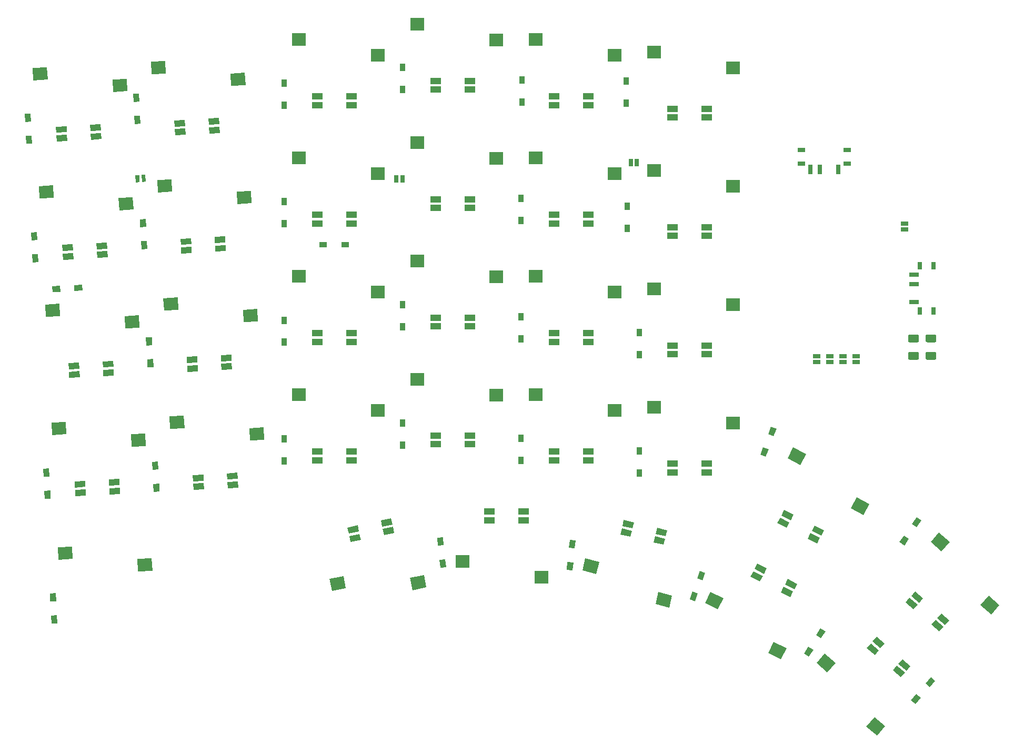
<source format=gtp>
G04 #@! TF.GenerationSoftware,KiCad,Pcbnew,(5.1.12-1-10_14)*
G04 #@! TF.CreationDate,2021-11-28T14:18:10+00:00*
G04 #@! TF.ProjectId,avalanche-hotswap,6176616c-616e-4636-9865-2d686f747377,rev?*
G04 #@! TF.SameCoordinates,Original*
G04 #@! TF.FileFunction,Paste,Top*
G04 #@! TF.FilePolarity,Positive*
%FSLAX46Y46*%
G04 Gerber Fmt 4.6, Leading zero omitted, Abs format (unit mm)*
G04 Created by KiCad (PCBNEW (5.1.12-1-10_14)) date 2021-11-28 14:18:10*
%MOMM*%
%LPD*%
G01*
G04 APERTURE LIST*
%ADD10C,0.100000*%
%ADD11R,2.300000X2.000000*%
%ADD12R,1.143000X0.635000*%
%ADD13R,1.700000X1.000000*%
%ADD14R,0.800000X1.200000*%
%ADD15R,1.500000X0.800000*%
%ADD16R,1.200000X0.800000*%
%ADD17R,0.800000X1.500000*%
%ADD18R,0.950000X1.300000*%
%ADD19R,1.300000X0.950000*%
%ADD20R,0.635000X1.143000*%
G04 APERTURE END LIST*
D10*
G36*
X99237623Y-116268220D02*
G01*
X99342295Y-118265479D01*
X97045447Y-118385852D01*
X96940775Y-116388593D01*
X99237623Y-116268220D01*
G37*
G36*
X86422095Y-114396368D02*
G01*
X86526767Y-116393627D01*
X84229919Y-116514000D01*
X84125247Y-114516741D01*
X86422095Y-114396368D01*
G37*
G36*
X83853635Y-123187888D02*
G01*
X82904937Y-123237607D01*
X82836901Y-121939388D01*
X83785599Y-121889669D01*
X83853635Y-123187888D01*
G37*
G36*
X84039427Y-126733022D02*
G01*
X83090729Y-126782741D01*
X83022693Y-125484522D01*
X83971391Y-125434803D01*
X84039427Y-126733022D01*
G37*
D11*
X192761031Y-37356300D03*
X180061031Y-34816300D03*
X135611050Y-92506290D03*
X122911050Y-89966290D03*
D12*
X212603606Y-84724538D03*
X212603606Y-83723778D03*
X210471223Y-84724531D03*
X210471223Y-83723771D03*
X208331229Y-84724533D03*
X208331229Y-83723773D03*
X206191226Y-84724529D03*
X206191226Y-83723769D03*
D13*
X150411038Y-97936262D03*
X150411038Y-96536262D03*
X144911038Y-97936262D03*
X144911038Y-96536262D03*
D11*
X173711031Y-73456268D03*
X161011031Y-70916268D03*
D10*
G36*
X104908003Y-84860591D02*
G01*
X104855667Y-83861962D01*
X106553337Y-83772991D01*
X106605673Y-84771620D01*
X104908003Y-84860591D01*
G37*
G36*
X104981273Y-86258673D02*
G01*
X104928937Y-85260044D01*
X106626607Y-85171073D01*
X106678943Y-86169702D01*
X104981273Y-86258673D01*
G37*
G36*
X110400465Y-84572743D02*
G01*
X110348129Y-83574114D01*
X112045799Y-83485143D01*
X112098135Y-84483772D01*
X110400465Y-84572743D01*
G37*
G36*
X110473735Y-85970825D02*
G01*
X110421399Y-84972196D01*
X112119069Y-84883225D01*
X112171405Y-85881854D01*
X110473735Y-85970825D01*
G37*
G36*
X204797659Y-113115133D02*
G01*
X205251650Y-112224127D01*
X206766361Y-112995911D01*
X206312370Y-113886917D01*
X204797659Y-113115133D01*
G37*
G36*
X205433245Y-111867724D02*
G01*
X205887236Y-110976718D01*
X207401947Y-111748502D01*
X206947956Y-112639508D01*
X205433245Y-111867724D01*
G37*
G36*
X199897123Y-110618186D02*
G01*
X200351114Y-109727180D01*
X201865825Y-110498964D01*
X201411834Y-111389970D01*
X199897123Y-110618186D01*
G37*
G36*
X200532709Y-109370777D02*
G01*
X200986700Y-108479771D01*
X202501411Y-109251555D01*
X202047420Y-110142561D01*
X200532709Y-109370777D01*
G37*
G36*
X136594708Y-112531408D02*
G01*
X136386797Y-111553260D01*
X138049648Y-111199810D01*
X138257559Y-112177958D01*
X136594708Y-112531408D01*
G37*
G36*
X136303632Y-111162002D02*
G01*
X136095721Y-110183854D01*
X137758572Y-109830404D01*
X137966483Y-110808552D01*
X136303632Y-111162002D01*
G37*
G36*
X131214896Y-113674922D02*
G01*
X131006985Y-112696774D01*
X132669836Y-112343324D01*
X132877747Y-113321472D01*
X131214896Y-113674922D01*
G37*
G36*
X130923820Y-112305516D02*
G01*
X130715909Y-111327368D01*
X132378760Y-110973918D01*
X132586671Y-111952066D01*
X130923820Y-112305516D01*
G37*
D13*
X188511082Y-64386269D03*
X188511082Y-62986269D03*
X183011082Y-64386269D03*
X183011082Y-62986269D03*
D10*
G36*
X86881120Y-104881473D02*
G01*
X86828784Y-103882844D01*
X88526454Y-103793873D01*
X88578790Y-104792502D01*
X86881120Y-104881473D01*
G37*
G36*
X86954390Y-106279555D02*
G01*
X86902054Y-105280926D01*
X88599724Y-105191955D01*
X88652060Y-106190584D01*
X86954390Y-106279555D01*
G37*
G36*
X92373582Y-104593625D02*
G01*
X92321246Y-103594996D01*
X94018916Y-103506025D01*
X94071252Y-104504654D01*
X92373582Y-104593625D01*
G37*
G36*
X92446852Y-105991707D02*
G01*
X92394516Y-104993078D01*
X94092186Y-104904107D01*
X94144522Y-105902736D01*
X92446852Y-105991707D01*
G37*
G36*
X85884106Y-85857586D02*
G01*
X85831770Y-84858957D01*
X87529440Y-84769986D01*
X87581776Y-85768615D01*
X85884106Y-85857586D01*
G37*
G36*
X85957376Y-87255668D02*
G01*
X85905040Y-86257039D01*
X87602710Y-86168068D01*
X87655046Y-87166697D01*
X85957376Y-87255668D01*
G37*
G36*
X91376568Y-85569738D02*
G01*
X91324232Y-84571109D01*
X93021902Y-84482138D01*
X93074238Y-85480767D01*
X91376568Y-85569738D01*
G37*
G36*
X91449838Y-86967820D02*
G01*
X91397502Y-85969191D01*
X93095172Y-85880220D01*
X93147508Y-86878849D01*
X91449838Y-86967820D01*
G37*
G36*
X84887085Y-66833685D02*
G01*
X84834749Y-65835056D01*
X86532419Y-65746085D01*
X86584755Y-66744714D01*
X84887085Y-66833685D01*
G37*
G36*
X84960355Y-68231767D02*
G01*
X84908019Y-67233138D01*
X86605689Y-67144167D01*
X86658025Y-68142796D01*
X84960355Y-68231767D01*
G37*
G36*
X90379547Y-66545837D02*
G01*
X90327211Y-65547208D01*
X92024881Y-65458237D01*
X92077217Y-66456866D01*
X90379547Y-66545837D01*
G37*
G36*
X90452817Y-67943919D02*
G01*
X90400481Y-66945290D01*
X92098151Y-66856319D01*
X92150487Y-67854948D01*
X90452817Y-67943919D01*
G37*
G36*
X83890132Y-47809800D02*
G01*
X83837796Y-46811171D01*
X85535466Y-46722200D01*
X85587802Y-47720829D01*
X83890132Y-47809800D01*
G37*
G36*
X83963402Y-49207882D02*
G01*
X83911066Y-48209253D01*
X85608736Y-48120282D01*
X85661072Y-49118911D01*
X83963402Y-49207882D01*
G37*
G36*
X89382594Y-47521952D02*
G01*
X89330258Y-46523323D01*
X91027928Y-46434352D01*
X91080264Y-47432981D01*
X89382594Y-47521952D01*
G37*
G36*
X89455864Y-48920034D02*
G01*
X89403528Y-47921405D01*
X91101198Y-47832434D01*
X91153534Y-48831063D01*
X89455864Y-48920034D01*
G37*
G36*
X102914000Y-46812800D02*
G01*
X102861664Y-45814171D01*
X104559334Y-45725200D01*
X104611670Y-46723829D01*
X102914000Y-46812800D01*
G37*
G36*
X102987270Y-48210882D02*
G01*
X102934934Y-47212253D01*
X104632604Y-47123282D01*
X104684940Y-48121911D01*
X102987270Y-48210882D01*
G37*
G36*
X108406462Y-46524952D02*
G01*
X108354126Y-45526323D01*
X110051796Y-45437352D01*
X110104132Y-46435981D01*
X108406462Y-46524952D01*
G37*
G36*
X108479732Y-47923034D02*
G01*
X108427396Y-46924405D01*
X110125066Y-46835434D01*
X110177402Y-47834063D01*
X108479732Y-47923034D01*
G37*
G36*
X103911002Y-65836670D02*
G01*
X103858666Y-64838041D01*
X105556336Y-64749070D01*
X105608672Y-65747699D01*
X103911002Y-65836670D01*
G37*
G36*
X103984272Y-67234752D02*
G01*
X103931936Y-66236123D01*
X105629606Y-66147152D01*
X105681942Y-67145781D01*
X103984272Y-67234752D01*
G37*
G36*
X109403464Y-65548822D02*
G01*
X109351128Y-64550193D01*
X111048798Y-64461222D01*
X111101134Y-65459851D01*
X109403464Y-65548822D01*
G37*
G36*
X109476734Y-66946904D02*
G01*
X109424398Y-65948275D01*
X111122068Y-65859304D01*
X111174404Y-66857933D01*
X109476734Y-66946904D01*
G37*
G36*
X105905021Y-103884497D02*
G01*
X105852685Y-102885868D01*
X107550355Y-102796897D01*
X107602691Y-103795526D01*
X105905021Y-103884497D01*
G37*
G36*
X105978291Y-105282579D02*
G01*
X105925955Y-104283950D01*
X107623625Y-104194979D01*
X107675961Y-105193608D01*
X105978291Y-105282579D01*
G37*
G36*
X111397483Y-103596649D02*
G01*
X111345147Y-102598020D01*
X113042817Y-102509049D01*
X113095153Y-103507678D01*
X111397483Y-103596649D01*
G37*
G36*
X111470753Y-104994731D02*
G01*
X111418417Y-103996102D01*
X113116087Y-103907131D01*
X113168423Y-104905760D01*
X111470753Y-104994731D01*
G37*
D13*
X131361054Y-100486308D03*
X131361054Y-99086308D03*
X125861054Y-100486308D03*
X125861054Y-99086308D03*
X131361043Y-81436295D03*
X131361043Y-80036295D03*
X125861043Y-81436295D03*
X125861043Y-80036295D03*
X131361052Y-62386263D03*
X131361052Y-60986263D03*
X125861052Y-62386263D03*
X125861052Y-60986263D03*
X131361061Y-43336299D03*
X131361061Y-41936299D03*
X125861061Y-43336299D03*
X125861061Y-41936299D03*
X150411066Y-40836298D03*
X150411066Y-39436298D03*
X144911066Y-40836298D03*
X144911066Y-39436298D03*
X150411027Y-59886293D03*
X150411027Y-58486293D03*
X144911027Y-59886293D03*
X144911027Y-58486293D03*
X150411055Y-78936290D03*
X150411055Y-77536290D03*
X144911055Y-78936290D03*
X144911055Y-77536290D03*
X159031421Y-110170563D03*
X159031421Y-108770563D03*
X153531421Y-110170563D03*
X153531421Y-108770563D03*
D10*
G36*
X179977547Y-113707280D02*
G01*
X180210992Y-112734910D01*
X181864021Y-113131768D01*
X181630576Y-114104138D01*
X179977547Y-113707280D01*
G37*
G36*
X180304370Y-112345962D02*
G01*
X180537815Y-111373592D01*
X182190844Y-111770450D01*
X181957399Y-112742820D01*
X180304370Y-112345962D01*
G37*
G36*
X174629512Y-112423330D02*
G01*
X174862957Y-111450960D01*
X176515986Y-111847818D01*
X176282541Y-112820188D01*
X174629512Y-112423330D01*
G37*
G36*
X174956335Y-111062012D02*
G01*
X175189780Y-110089642D01*
X176842809Y-110486500D01*
X176609364Y-111458870D01*
X174956335Y-111062012D01*
G37*
D13*
X169461087Y-100486269D03*
X169461087Y-99086269D03*
X163961087Y-100486269D03*
X163961087Y-99086269D03*
X169461068Y-81436272D03*
X169461068Y-80036272D03*
X163961068Y-81436272D03*
X163961068Y-80036272D03*
X169461050Y-62386293D03*
X169461050Y-60986293D03*
X163961050Y-62386293D03*
X163961050Y-60986293D03*
X169461054Y-43336280D03*
X169461054Y-41936280D03*
X163961054Y-43336280D03*
X163961054Y-41936280D03*
X188511067Y-45336291D03*
X188511067Y-43936291D03*
X183011067Y-45336291D03*
X183011067Y-43936291D03*
X188511066Y-83436271D03*
X188511066Y-82036271D03*
X183011066Y-83436271D03*
X183011066Y-82036271D03*
D10*
G36*
X224699259Y-126969877D02*
G01*
X225348707Y-126209471D01*
X226641397Y-127313533D01*
X225991949Y-128073939D01*
X224699259Y-126969877D01*
G37*
G36*
X225608486Y-125905309D02*
G01*
X226257934Y-125144903D01*
X227550624Y-126248965D01*
X226901176Y-127009371D01*
X225608486Y-125905309D01*
G37*
G36*
X220517026Y-123397913D02*
G01*
X221166474Y-122637507D01*
X222459164Y-123741569D01*
X221809716Y-124501975D01*
X220517026Y-123397913D01*
G37*
G36*
X221426253Y-122333345D02*
G01*
X222075701Y-121572939D01*
X223368391Y-122677001D01*
X222718943Y-123437407D01*
X221426253Y-122333345D01*
G37*
G36*
X200480827Y-121743422D02*
G01*
X200934818Y-120852416D01*
X202449529Y-121624200D01*
X201995538Y-122515206D01*
X200480827Y-121743422D01*
G37*
G36*
X201116413Y-120496013D02*
G01*
X201570404Y-119605007D01*
X203085115Y-120376791D01*
X202631124Y-121267797D01*
X201116413Y-120496013D01*
G37*
G36*
X195580291Y-119246475D02*
G01*
X196034282Y-118355469D01*
X197548993Y-119127253D01*
X197095002Y-120018259D01*
X195580291Y-119246475D01*
G37*
G36*
X196215877Y-117999066D02*
G01*
X196669868Y-117108060D01*
X198184579Y-117879844D01*
X197730588Y-118770850D01*
X196215877Y-117999066D01*
G37*
G36*
X218473294Y-134319090D02*
G01*
X219122742Y-133558684D01*
X220415432Y-134662746D01*
X219765984Y-135423152D01*
X218473294Y-134319090D01*
G37*
G36*
X219382521Y-133254522D02*
G01*
X220031969Y-132494116D01*
X221324659Y-133598178D01*
X220675211Y-134358584D01*
X219382521Y-133254522D01*
G37*
G36*
X214291061Y-130747126D02*
G01*
X214940509Y-129986720D01*
X216233199Y-131090782D01*
X215583751Y-131851188D01*
X214291061Y-130747126D01*
G37*
G36*
X215200288Y-129682558D02*
G01*
X215849736Y-128922152D01*
X217142426Y-130026214D01*
X216492978Y-130786620D01*
X215200288Y-129682558D01*
G37*
D13*
X188511072Y-102436290D03*
X188511072Y-101036290D03*
X183011072Y-102436290D03*
X183011072Y-101036290D03*
D11*
X173711048Y-92506279D03*
X161011048Y-89966279D03*
D10*
G36*
X101409487Y-36257052D02*
G01*
X101514159Y-38254311D01*
X99217311Y-38374684D01*
X99112639Y-36377425D01*
X101409487Y-36257052D01*
G37*
G36*
X114225015Y-38128904D02*
G01*
X114329687Y-40126163D01*
X112032839Y-40246536D01*
X111928167Y-38249277D01*
X114225015Y-38128904D01*
G37*
D14*
X225060992Y-69191514D03*
X222860992Y-69191514D03*
X225060992Y-76511514D03*
X222860992Y-76511514D03*
D15*
X221930992Y-70651514D03*
X221930992Y-72131514D03*
X221930992Y-75071514D03*
D16*
X203780995Y-50541510D03*
X203780995Y-52741510D03*
X211100995Y-50541510D03*
X211100995Y-52741510D03*
D17*
X205240995Y-53671510D03*
X206720995Y-53671510D03*
X209660995Y-53671510D03*
D11*
X192761032Y-94506299D03*
X180061032Y-91966299D03*
X141961046Y-87458793D03*
X154661046Y-89998793D03*
D10*
G36*
X206203142Y-133151329D02*
G01*
X207502038Y-131630517D01*
X209250972Y-133124247D01*
X207952076Y-134645059D01*
X206203142Y-133151329D01*
G37*
G36*
X214210700Y-143330750D02*
G01*
X215509596Y-141809938D01*
X217258530Y-143303668D01*
X215959634Y-144824480D01*
X214210700Y-143330750D01*
G37*
D11*
X149272373Y-116740398D03*
X161972373Y-119280398D03*
D10*
G36*
X235619757Y-123807148D02*
G01*
X234320861Y-125327960D01*
X232571927Y-123834230D01*
X233870823Y-122313418D01*
X235619757Y-123807148D01*
G37*
G36*
X227612199Y-113627727D02*
G01*
X226313303Y-115148539D01*
X224564369Y-113654809D01*
X225863265Y-112133997D01*
X227612199Y-113627727D01*
G37*
G36*
X222348246Y-111276675D02*
G01*
X221565326Y-110738589D01*
X222301654Y-109667225D01*
X223084574Y-110205311D01*
X222348246Y-111276675D01*
G37*
G36*
X220337504Y-114202323D02*
G01*
X219554584Y-113664237D01*
X220290912Y-112592873D01*
X221073832Y-113130959D01*
X220337504Y-114202323D01*
G37*
G36*
X128238854Y-121550779D02*
G01*
X127823031Y-119594484D01*
X130072770Y-119116287D01*
X130488593Y-121072582D01*
X128238854Y-121550779D01*
G37*
G36*
X141189424Y-121394795D02*
G01*
X140773601Y-119438500D01*
X143023340Y-118960303D01*
X143439163Y-120916598D01*
X141189424Y-121394795D01*
G37*
G36*
X145144499Y-112969952D02*
G01*
X146089294Y-112870650D01*
X146225181Y-114163528D01*
X145280386Y-114262830D01*
X145144499Y-112969952D01*
G37*
G36*
X145515575Y-116500504D02*
G01*
X146460370Y-116401202D01*
X146596257Y-117694080D01*
X145651462Y-117793382D01*
X145515575Y-116500504D01*
G37*
G36*
X188247130Y-123460333D02*
G01*
X189155111Y-121678320D01*
X191204426Y-122722499D01*
X190296445Y-124504512D01*
X188247130Y-123460333D01*
G37*
G36*
X198409777Y-131489169D02*
G01*
X199317758Y-129707156D01*
X201367073Y-130751335D01*
X200459092Y-132533348D01*
X198409777Y-131489169D01*
G37*
G36*
X168523228Y-118238483D02*
G01*
X168990119Y-116293743D01*
X171226570Y-116830667D01*
X170759679Y-118775407D01*
X168523228Y-118238483D01*
G37*
G36*
X180279374Y-123673059D02*
G01*
X180746265Y-121728319D01*
X182982716Y-122265243D01*
X182515825Y-124209983D01*
X180279374Y-123673059D01*
G37*
G36*
X83382590Y-56277958D02*
G01*
X83487262Y-58275217D01*
X81190414Y-58395590D01*
X81085742Y-56398331D01*
X83382590Y-56277958D01*
G37*
G36*
X96198118Y-58149810D02*
G01*
X96302790Y-60147069D01*
X94005942Y-60267442D01*
X93901270Y-58270183D01*
X96198118Y-58149810D01*
G37*
G36*
X103403499Y-74304855D02*
G01*
X103508171Y-76302114D01*
X101211323Y-76422487D01*
X101106651Y-74425228D01*
X103403499Y-74304855D01*
G37*
G36*
X116219027Y-76176707D02*
G01*
X116323699Y-78173966D01*
X114026851Y-78294339D01*
X113922179Y-76297080D01*
X116219027Y-76176707D01*
G37*
G36*
X222253650Y-138101722D02*
G01*
X222976036Y-138718698D01*
X222131754Y-139707226D01*
X221409368Y-139090250D01*
X222253650Y-138101722D01*
G37*
G36*
X224559190Y-135402280D02*
G01*
X225281576Y-136019256D01*
X224437294Y-137007784D01*
X223714908Y-136390808D01*
X224559190Y-135402280D01*
G37*
G36*
X204903130Y-130491534D02*
G01*
X205699867Y-131008941D01*
X204991836Y-132099212D01*
X204195099Y-131581805D01*
X204903130Y-130491534D01*
G37*
G36*
X206836598Y-127514254D02*
G01*
X207633335Y-128031661D01*
X206925304Y-129121932D01*
X206128567Y-128604525D01*
X206836598Y-127514254D01*
G37*
G36*
X186222461Y-121634728D02*
G01*
X187117970Y-121951844D01*
X186684021Y-123177278D01*
X185788512Y-122860162D01*
X186222461Y-121634728D01*
G37*
G36*
X187407475Y-118288350D02*
G01*
X188302984Y-118605466D01*
X187869035Y-119830900D01*
X186973526Y-119513784D01*
X187407475Y-118288350D01*
G37*
G36*
X166132526Y-116827481D02*
G01*
X167077321Y-116926783D01*
X166941434Y-118219661D01*
X165996639Y-118120359D01*
X166132526Y-116827481D01*
G37*
G36*
X166503602Y-113296929D02*
G01*
X167448397Y-113396231D01*
X167312510Y-114689109D01*
X166367715Y-114589807D01*
X166503602Y-113296929D01*
G37*
G36*
X199296162Y-96650803D02*
G01*
X198409260Y-96310354D01*
X198875138Y-95096699D01*
X199762040Y-95437148D01*
X199296162Y-96650803D01*
G37*
G36*
X198023956Y-99965013D02*
G01*
X197137054Y-99624564D01*
X197602932Y-98410909D01*
X198489834Y-98751358D01*
X198023956Y-99965013D01*
G37*
D18*
X177711059Y-99011295D03*
X177711059Y-102561295D03*
X158661057Y-96961253D03*
X158661057Y-100511253D03*
X139611030Y-94511290D03*
X139611030Y-98061290D03*
X120561055Y-97061258D03*
X120561055Y-100611258D03*
D10*
G36*
X100509508Y-105544138D02*
G01*
X99560810Y-105593857D01*
X99492774Y-104295638D01*
X100441472Y-104245919D01*
X100509508Y-105544138D01*
G37*
G36*
X100323716Y-101999004D02*
G01*
X99375018Y-102048723D01*
X99306982Y-100750504D01*
X100255680Y-100700785D01*
X100323716Y-101999004D01*
G37*
G36*
X82993983Y-106662354D02*
G01*
X82045285Y-106712073D01*
X81977249Y-105413854D01*
X82925947Y-105364135D01*
X82993983Y-106662354D01*
G37*
G36*
X82808191Y-103117220D02*
G01*
X81859493Y-103166939D01*
X81791457Y-101868720D01*
X82740155Y-101819001D01*
X82808191Y-103117220D01*
G37*
D18*
X177711059Y-79936286D03*
X177711059Y-83486286D03*
X158661040Y-77411262D03*
X158661040Y-80961262D03*
X139611048Y-75461270D03*
X139611048Y-79011270D03*
X120561047Y-77961282D03*
X120561047Y-81511282D03*
D10*
G36*
X99510068Y-85518994D02*
G01*
X98561370Y-85568713D01*
X98493334Y-84270494D01*
X99442032Y-84220775D01*
X99510068Y-85518994D01*
G37*
G36*
X99324276Y-81973860D02*
G01*
X98375578Y-82023579D01*
X98307542Y-80725360D01*
X99256240Y-80675641D01*
X99324276Y-81973860D01*
G37*
G36*
X88049914Y-72250566D02*
G01*
X88099633Y-73199264D01*
X86801414Y-73267300D01*
X86751695Y-72318602D01*
X88049914Y-72250566D01*
G37*
G36*
X84504780Y-72436358D02*
G01*
X84554499Y-73385056D01*
X83256280Y-73453092D01*
X83206561Y-72504394D01*
X84504780Y-72436358D01*
G37*
D18*
X175711066Y-59611268D03*
X175711066Y-63161268D03*
X158661041Y-58361284D03*
X158661041Y-61911284D03*
D19*
X130386043Y-65786277D03*
X126836043Y-65786277D03*
D18*
X120561054Y-58861303D03*
X120561054Y-62411303D03*
D10*
G36*
X98513086Y-66495109D02*
G01*
X97564388Y-66544828D01*
X97496352Y-65246609D01*
X98445050Y-65196890D01*
X98513086Y-66495109D01*
G37*
G36*
X98327294Y-62949975D02*
G01*
X97378596Y-62999694D01*
X97310560Y-61701475D01*
X98259258Y-61651756D01*
X98327294Y-62949975D01*
G37*
G36*
X80999996Y-68614555D02*
G01*
X80051298Y-68664274D01*
X79983262Y-67366055D01*
X80931960Y-67316336D01*
X80999996Y-68614555D01*
G37*
G36*
X80814204Y-65069421D02*
G01*
X79865506Y-65119140D01*
X79797470Y-63820921D01*
X80746168Y-63771202D01*
X80814204Y-65069421D01*
G37*
D18*
X175591057Y-39471260D03*
X175591057Y-43021260D03*
X158781066Y-39311283D03*
X158781066Y-42861283D03*
X139611020Y-37311284D03*
X139611020Y-40861284D03*
X120561040Y-39811264D03*
X120561040Y-43361264D03*
D10*
G36*
X97436396Y-46333816D02*
G01*
X96487698Y-46383535D01*
X96419662Y-45085316D01*
X97368360Y-45035597D01*
X97436396Y-46333816D01*
G37*
G36*
X97250604Y-42788682D02*
G01*
X96301906Y-42838401D01*
X96233870Y-41540182D01*
X97182568Y-41490463D01*
X97250604Y-42788682D01*
G37*
G36*
X80000388Y-49540767D02*
G01*
X79051690Y-49590486D01*
X78983654Y-48292267D01*
X79932352Y-48242548D01*
X80000388Y-49540767D01*
G37*
G36*
X79814596Y-45995633D02*
G01*
X78865898Y-46045352D01*
X78797862Y-44747133D01*
X79746560Y-44697414D01*
X79814596Y-45995633D01*
G37*
G36*
X97655551Y-55721732D02*
G01*
X97595731Y-54580299D01*
X98229861Y-54547066D01*
X98289681Y-55688499D01*
X97655551Y-55721732D01*
G37*
G36*
X96656163Y-55774108D02*
G01*
X96596343Y-54632675D01*
X97230473Y-54599442D01*
X97290293Y-55740875D01*
X96656163Y-55774108D01*
G37*
D20*
X138560273Y-55236288D03*
X139561033Y-55236288D03*
X176310658Y-52636296D03*
X177311418Y-52636296D03*
D12*
X220359616Y-62391777D03*
X220359616Y-63392537D03*
D10*
G36*
X84379594Y-75301853D02*
G01*
X84484266Y-77299112D01*
X82187418Y-77419485D01*
X82082746Y-75422226D01*
X84379594Y-75301853D01*
G37*
G36*
X97195122Y-77173705D02*
G01*
X97299794Y-79170964D01*
X95002946Y-79291337D01*
X94898274Y-77294078D01*
X97195122Y-77173705D01*
G37*
G36*
X102406501Y-55280960D02*
G01*
X102511173Y-57278219D01*
X100214325Y-57398592D01*
X100109653Y-55401333D01*
X102406501Y-55280960D01*
G37*
G36*
X115222029Y-57152812D02*
G01*
X115326701Y-59150071D01*
X113029853Y-59270444D01*
X112925181Y-57273185D01*
X115222029Y-57152812D01*
G37*
D11*
X135611042Y-73456298D03*
X122911042Y-70916298D03*
X192761055Y-75456295D03*
X180061055Y-72916295D03*
D10*
G36*
X85376580Y-94325735D02*
G01*
X85481252Y-96322994D01*
X83184404Y-96443367D01*
X83079732Y-94446108D01*
X85376580Y-94325735D01*
G37*
G36*
X98192108Y-96197587D02*
G01*
X98296780Y-98194846D01*
X95999932Y-98315219D01*
X95895260Y-96317960D01*
X98192108Y-96197587D01*
G37*
D11*
X154661028Y-70956305D03*
X141961028Y-68416305D03*
G36*
G01*
X222432623Y-81519297D02*
X221182623Y-81519297D01*
G75*
G02*
X220932623Y-81269297I0J250000D01*
G01*
X220932623Y-80519297D01*
G75*
G02*
X221182623Y-80269297I250000J0D01*
G01*
X222432623Y-80269297D01*
G75*
G02*
X222682623Y-80519297I0J-250000D01*
G01*
X222682623Y-81269297D01*
G75*
G02*
X222432623Y-81519297I-250000J0D01*
G01*
G37*
G36*
G01*
X222432623Y-84319297D02*
X221182623Y-84319297D01*
G75*
G02*
X220932623Y-84069297I0J250000D01*
G01*
X220932623Y-83319297D01*
G75*
G02*
X221182623Y-83069297I250000J0D01*
G01*
X222432623Y-83069297D01*
G75*
G02*
X222682623Y-83319297I0J-250000D01*
G01*
X222682623Y-84069297D01*
G75*
G02*
X222432623Y-84319297I-250000J0D01*
G01*
G37*
G36*
G01*
X223982675Y-83069263D02*
X225232675Y-83069263D01*
G75*
G02*
X225482675Y-83319263I0J-250000D01*
G01*
X225482675Y-84069263D01*
G75*
G02*
X225232675Y-84319263I-250000J0D01*
G01*
X223982675Y-84319263D01*
G75*
G02*
X223732675Y-84069263I0J250000D01*
G01*
X223732675Y-83319263D01*
G75*
G02*
X223982675Y-83069263I250000J0D01*
G01*
G37*
G36*
G01*
X223982675Y-80269263D02*
X225232675Y-80269263D01*
G75*
G02*
X225482675Y-80519263I0J-250000D01*
G01*
X225482675Y-81269263D01*
G75*
G02*
X225232675Y-81519263I-250000J0D01*
G01*
X223982675Y-81519263D01*
G75*
G02*
X223732675Y-81269263I0J250000D01*
G01*
X223732675Y-80519263D01*
G75*
G02*
X223982675Y-80269263I250000J0D01*
G01*
G37*
D10*
G36*
X104400479Y-93328751D02*
G01*
X104505151Y-95326010D01*
X102208303Y-95446383D01*
X102103631Y-93449124D01*
X104400479Y-93328751D01*
G37*
G36*
X117216007Y-95200603D02*
G01*
X117320679Y-97197862D01*
X115023831Y-97318235D01*
X114919159Y-95320976D01*
X117216007Y-95200603D01*
G37*
G36*
X214669634Y-107507129D02*
G01*
X213761653Y-109289142D01*
X211712338Y-108244963D01*
X212620319Y-106462950D01*
X214669634Y-107507129D01*
G37*
G36*
X204506987Y-99478293D02*
G01*
X203599006Y-101260306D01*
X201549691Y-100216127D01*
X202457672Y-98434114D01*
X204506987Y-99478293D01*
G37*
D11*
X192761041Y-56406267D03*
X180061041Y-53866267D03*
X173711049Y-54406285D03*
X161011049Y-51866285D03*
X173711056Y-35356263D03*
X161011056Y-32816263D03*
X154661032Y-51906303D03*
X141961032Y-49366303D03*
X141961020Y-30316301D03*
X154661020Y-32856301D03*
X135611032Y-54406293D03*
X122911032Y-51866293D03*
X135611034Y-35356295D03*
X122911034Y-32816295D03*
D10*
G36*
X82385608Y-37254051D02*
G01*
X82490280Y-39251310D01*
X80193432Y-39371683D01*
X80088760Y-37374424D01*
X82385608Y-37254051D01*
G37*
G36*
X95201136Y-39125903D02*
G01*
X95305808Y-41123162D01*
X93008960Y-41243535D01*
X92904288Y-39246276D01*
X95201136Y-39125903D01*
G37*
M02*

</source>
